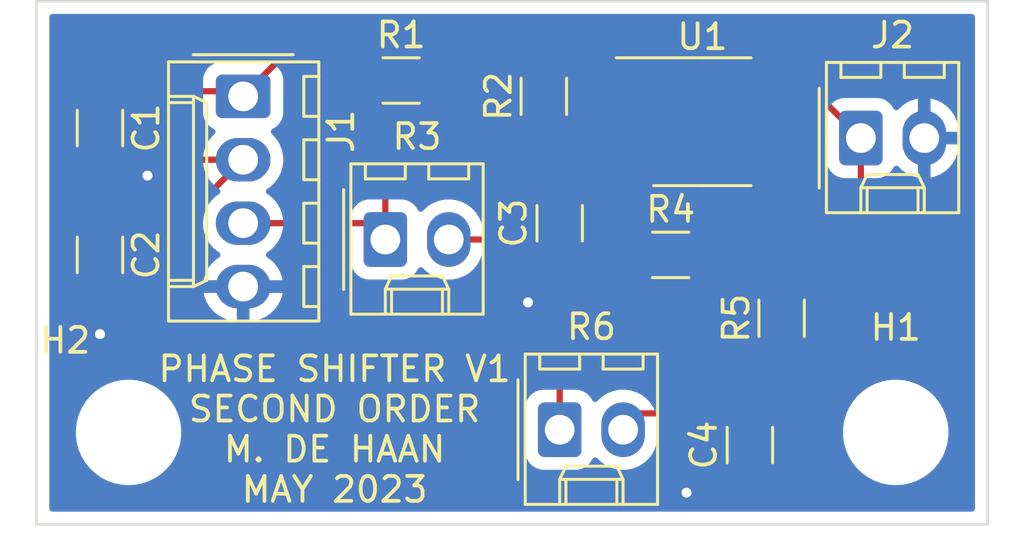
<source format=kicad_pcb>
(kicad_pcb (version 20211014) (generator pcbnew)
  (layers (0 "F.Cu" signal) (31 "B.Cu" signal) (34 "B.Paste" user) (35 "F.Paste" user) (36 "B.SilkS" user "B.Silkscreen") (37 "F.SilkS" user "F.Silkscreen") (38 "B.Mask" user) (39 "F.Mask" user) (44 "Edge.Cuts" user))
  (net 0 "")
  (net 1 "+15V")
  (net 2 "GND")
  (net 3 "-15V")
  (net 4 "/In")
  (net 5 "/Out")
  (net 6 "Net-(R1-Pad2)")
  (net 7 "Net-(R4-Pad2)")
  (net 8 "/AOut")
  (net 9 "Net-(R3-Pad2)")
  (net 10 "Net-(R6-Pad2)")
  (footprint "Connector_Molex:Molex_KK-254_AE-6410-02A_1x02_P2.54mm_Vertical" (layer "F.Cu") (at 141.605 118.765)
    (fp_text reference "R6" (at 1.27 -4.12) (layer "F.SilkS"))
    (fp_text value "R_Variable")
    (fp_line (start 3.34 -2.43) (end 3.34 -3.03) (layer "F.SilkS") (width 0.12))
    (fp_line (start -0.8 -3.03) (end -0.8 -2.43) (layer "F.SilkS") (width 0.12))
    (fp_line (start 0 2.99) (end 0 1.99) (layer "F.SilkS") (width 0.12))
    (fp_line (start 1.74 -2.43) (end 3.34 -2.43) (layer "F.SilkS") (width 0.12))
    (fp_line (start -1.38 2.99) (end 3.92 2.99) (layer "F.SilkS") (width 0.12))
    (fp_line (start 0 1.99) (end 2.54 1.99) (layer "F.SilkS") (width 0.12))
    (fp_line (start 0.25 1.46) (end 2.29 1.46) (layer "F.SilkS") (width 0.12))
    (fp_line (start 3.92 -3.03) (end -1.38 -3.03) (layer "F.SilkS") (width 0.12))
    (fp_line (start -1.38 -3.03) (end -1.38 2.99) (layer "F.SilkS") (width 0.12))
    (fp_line (start 0 1.99) (end 0.25 1.46) (layer "F.SilkS") (width 0.12))
    (fp_line (start 0.8 -2.43) (end 0.8 -3.03) (layer "F.SilkS") (width 0.12))
    (fp_line (start 2.54 1.99) (end 2.54 2.99) (layer "F.SilkS") (width 0.12))
    (fp_line (start 2.29 1.46) (end 2.54 1.99) (layer "F.SilkS") (width 0.12))
    (fp_line (start -1.67 -2) (end -1.67 2) (layer "F.SilkS") (width 0.12))
    (fp_line (start 2.29 2.99) (end 2.29 1.99) (layer "F.SilkS") (width 0.12))
    (fp_line (start 3.92 2.99) (end 3.92 -3.03) (layer "F.SilkS") (width 0.12))
    (fp_line (start 0.25 2.99) (end 0.25 1.99) (layer "F.SilkS") (width 0.12))
    (fp_line (start -0.8 -2.43) (end 0.8 -2.43) (layer "F.SilkS") (width 0.12))
    (fp_line (start 1.74 -3.03) (end 1.74 -2.43) (layer "F.SilkS") (width 0.12))
    (pad "1" thru_hole roundrect (at 0 0) (size 1.74 2.19) (drill 1.19) (layers *.Cu *.Mask) (roundrect_rratio 0.1436781609) (net 8 "/AOut"))
    (pad "2" thru_hole oval (at 2.54 0) (size 1.74 2.19) (drill 1.19) (layers *.Cu *.Mask) (net 10 "Net-(R6-Pad2)"))
  )
  (footprint "Capacitor_SMD:C_1206_3216Metric" (layer "F.Cu") (at 149.225 119.38 90)
    (fp_text reference "C4" (at 0 -1.85 90) (layer "F.SilkS"))
    (fp_text value "C")
    (fp_line (start -0.711252 -0.91) (end 0.711252 -0.91) (layer "F.SilkS") (width 0.12))
    (fp_line (start -0.711252 0.91) (end 0.711252 0.91) (layer "F.SilkS") (width 0.12))
    (pad "1" smd roundrect (at -1.475 0 90) (size 1.15 1.8) (layers "F.Cu" "F.Paste" "F.Mask") (roundrect_rratio 0.2173913043) (net 2 "GND"))
    (pad "2" smd roundrect (at 1.475 0 90) (size 1.15 1.8) (layers "F.Cu" "F.Paste" "F.Mask") (roundrect_rratio 0.2173913043) (net 10 "Net-(R6-Pad2)"))
  )
  (footprint "Capacitor_SMD:C_1206_3216Metric" (layer "F.Cu") (at 123.19 111.76 -90)
    (fp_text reference "C2" (at 0 -1.85 90) (layer "F.SilkS"))
    (fp_text value "100 nF")
    (fp_line (start -0.711252 0.91) (end 0.711252 0.91) (layer "F.SilkS") (width 0.12))
    (fp_line (start -0.711252 -0.91) (end 0.711252 -0.91) (layer "F.SilkS") (width 0.12))
    (pad "1" smd roundrect (at -1.475 0 270) (size 1.15 1.8) (layers "F.Cu" "F.Paste" "F.Mask") (roundrect_rratio 0.2173913043) (net 3 "-15V"))
    (pad "2" smd roundrect (at 1.475 0 270) (size 1.15 1.8) (layers "F.Cu" "F.Paste" "F.Mask") (roundrect_rratio 0.2173913043) (net 2 "GND"))
  )
  (footprint "Capacitor_SMD:C_1206_3216Metric" (layer "F.Cu") (at 123.19 106.68 -90)
    (fp_text reference "C1" (at 0 -1.85 90) (layer "F.SilkS"))
    (fp_text value "100 nF")
    (fp_line (start -0.711252 -0.91) (end 0.711252 -0.91) (layer "F.SilkS") (width 0.12))
    (fp_line (start -0.711252 0.91) (end 0.711252 0.91) (layer "F.SilkS") (width 0.12))
    (pad "1" smd roundrect (at -1.475 0 270) (size 1.15 1.8) (layers "F.Cu" "F.Paste" "F.Mask") (roundrect_rratio 0.2173913043) (net 1 "+15V"))
    (pad "2" smd roundrect (at 1.475 0 270) (size 1.15 1.8) (layers "F.Cu" "F.Paste" "F.Mask") (roundrect_rratio 0.2173913043) (net 2 "GND"))
  )
  (footprint "Resistor_SMD:R_1206_3216Metric" (layer "F.Cu") (at 146.05 111.76)
    (fp_text reference "R4" (at 0 -1.82) (layer "F.SilkS"))
    (fp_text value "R")
    (fp_line (start -0.727064 -0.91) (end 0.727064 -0.91) (layer "F.SilkS") (width 0.12))
    (fp_line (start -0.727064 0.91) (end 0.727064 0.91) (layer "F.SilkS") (width 0.12))
    (pad "1" smd roundrect (at -1.4625 0) (size 1.125 1.75) (layers "F.Cu" "F.Paste" "F.Mask") (roundrect_rratio 0.2222222222) (net 8 "/AOut"))
    (pad "2" smd roundrect (at 1.4625 0) (size 1.125 1.75) (layers "F.Cu" "F.Paste" "F.Mask") (roundrect_rratio 0.2222222222) (net 7 "Net-(R4-Pad2)"))
  )
  (footprint "MountingHole:MountingHole_3.2mm_M3" (layer "F.Cu") (at 124.333 118.872)
    (fp_text reference "H2" (at -2.54 -3.683) (layer "F.SilkS"))
    (fp_text value "MountingHole")
    (pad "" np_thru_hole circle (at 0 0) (size 3.2 3.2) (drill 3.2) (layers *.Cu *.Mask))
  )
  (footprint "Resistor_SMD:R_1206_3216Metric" (layer "F.Cu") (at 140.97 105.41 90)
    (fp_text reference "R2" (at 0 -1.82 90) (layer "F.SilkS"))
    (fp_text value "R")
    (fp_line (start -0.727064 0.91) (end 0.727064 0.91) (layer "F.SilkS") (width 0.12))
    (fp_line (start -0.727064 -0.91) (end 0.727064 -0.91) (layer "F.SilkS") (width 0.12))
    (pad "1" smd roundrect (at -1.4625 0 90) (size 1.125 1.75) (layers "F.Cu" "F.Paste" "F.Mask") (roundrect_rratio 0.2222222222) (net 6 "Net-(R1-Pad2)"))
    (pad "2" smd roundrect (at 1.4625 0 90) (size 1.125 1.75) (layers "F.Cu" "F.Paste" "F.Mask") (roundrect_rratio 0.2222222222) (net 8 "/AOut"))
  )
  (footprint "MountingHole:MountingHole_3.2mm_M3" (layer "F.Cu") (at 155.067 118.872)
    (fp_text reference "H1" (at 0 -4.2) (layer "F.SilkS"))
    (fp_text value "MountingHole")
    (pad "" np_thru_hole circle (at 0 0) (size 3.2 3.2) (drill 3.2) (layers *.Cu *.Mask))
  )
  (footprint "Resistor_SMD:R_1206_3216Metric" (layer "F.Cu") (at 135.255 104.775)
    (fp_text reference "R1" (at 0 -1.82) (layer "F.SilkS"))
    (fp_text value "R")
    (fp_line (start -0.727064 0.91) (end 0.727064 0.91) (layer "F.SilkS") (width 0.12))
    (fp_line (start -0.727064 -0.91) (end 0.727064 -0.91) (layer "F.SilkS") (width 0.12))
    (pad "1" smd roundrect (at -1.4625 0) (size 1.125 1.75) (layers "F.Cu" "F.Paste" "F.Mask") (roundrect_rratio 0.2222222222) (net 4 "/In"))
    (pad "2" smd roundrect (at 1.4625 0) (size 1.125 1.75) (layers "F.Cu" "F.Paste" "F.Mask") (roundrect_rratio 0.2222222222) (net 6 "Net-(R1-Pad2)"))
  )
  (footprint "Connector_Molex:Molex_KK-254_AE-6410-02A_1x02_P2.54mm_Vertical" (layer "F.Cu") (at 153.67 107.081)
    (fp_text reference "J2" (at 1.27 -4.12) (layer "F.SilkS"))
    (fp_text value "Out")
    (fp_line (start 2.54 1.99) (end 2.54 2.99) (layer "F.SilkS") (width 0.12))
    (fp_line (start 2.29 1.46) (end 2.54 1.99) (layer "F.SilkS") (width 0.12))
    (fp_line (start 1.74 -3.03) (end 1.74 -2.43) (layer "F.SilkS") (width 0.12))
    (fp_line (start -1.67 -2) (end -1.67 2) (layer "F.SilkS") (width 0.12))
    (fp_line (start -1.38 2.99) (end 3.92 2.99) (layer "F.SilkS") (width 0.12))
    (fp_line (start 3.34 -2.43) (end 3.34 -3.03) (layer "F.SilkS") (width 0.12))
    (fp_line (start 0.8 -2.43) (end 0.8 -3.03) (layer "F.SilkS") (width 0.12))
    (fp_line (start 2.29 2.99) (end 2.29 1.99) (layer "F.SilkS") (width 0.12))
    (fp_line (start -1.38 -3.03) (end -1.38 2.99) (layer "F.SilkS") (width 0.12))
    (fp_line (start 0 2.99) (end 0 1.99) (layer "F.SilkS") (width 0.12))
    (fp_line (start 1.74 -2.43) (end 3.34 -2.43) (layer "F.SilkS") (width 0.12))
    (fp_line (start 0 1.99) (end 2.54 1.99) (layer "F.SilkS") (width 0.12))
    (fp_line (start 3.92 2.99) (end 3.92 -3.03) (layer "F.SilkS") (width 0.12))
    (fp_line (start 0 1.99) (end 0.25 1.46) (layer "F.SilkS") (width 0.12))
    (fp_line (start -0.8 -3.03) (end -0.8 -2.43) (layer "F.SilkS") (width 0.12))
    (fp_line (start 0.25 1.46) (end 2.29 1.46) (layer "F.SilkS") (width 0.12))
    (fp_line (start 3.92 -3.03) (end -1.38 -3.03) (layer "F.SilkS") (width 0.12))
    (fp_line (start -0.8 -2.43) (end 0.8 -2.43) (layer "F.SilkS") (width 0.12))
    (fp_line (start 0.25 2.99) (end 0.25 1.99) (layer "F.SilkS") (width 0.12))
    (pad "1" thru_hole roundrect (at 0 0) (size 1.74 2.19) (drill 1.19) (layers *.Cu *.Mask) (roundrect_rratio 0.1436781609) (net 5 "/Out"))
    (pad "2" thru_hole oval (at 2.54 0) (size 1.74 2.19) (drill 1.19) (layers *.Cu *.Mask) (net 2 "GND"))
  )
  (footprint "Connector_Molex:Molex_KK-254_AE-6410-04A_1x04_P2.54mm_Vertical" (layer "F.Cu") (at 128.925 105.41 -90)
    (fp_text reference "J1" (at 1.397 -3.917 90) (layer "F.SilkS"))
    (fp_text value "In")
    (fp_line (start 7.37 1.46) (end 7.62 1.99) (layer "F.SilkS") (width 0.12))
    (fp_line (start 9 2.99) (end 9 -3.03) (layer "F.SilkS") (width 0.12))
    (fp_line (start 1.74 -3.03) (end 1.74 -2.43) (layer "F.SilkS") (width 0.12))
    (fp_line (start -1.38 -3.03) (end -1.38 2.99) (layer "F.SilkS") (width 0.12))
    (fp_line (start 8.42 -2.43) (end 8.42 -3.03) (layer "F.SilkS") (width 0.12))
    (fp_line (start 7.37 2.99) (end 7.37 1.99) (layer "F.SilkS") (width 0.12))
    (fp_line (start 0 2.99) (end 0 1.99) (layer "F.SilkS") (width 0.12))
    (fp_line (start 0.25 2.99) (end 0.25 1.99) (layer "F.SilkS") (width 0.12))
    (fp_line (start -1.38 2.99) (end 9 2.99) (layer "F.SilkS") (width 0.12))
    (fp_line (start 7.62 1.99) (end 7.62 2.99) (layer "F.SilkS") (width 0.12))
    (fp_line (start -0.8 -2.43) (end 0.8 -2.43) (layer "F.SilkS") (width 0.12))
    (fp_line (start -0.8 -3.03) (end -0.8 -2.43) (layer "F.SilkS") (width 0.12))
    (fp_line (start 0 1.99) (end 7.62 1.99) (layer "F.SilkS") (width 0.12))
    (fp_line (start 0.25 1.46) (end 7.37 1.46) (layer "F.SilkS") (width 0.12))
    (fp_line (start 9 -3.03) (end -1.38 -3.03) (layer "F.SilkS") (width 0.12))
    (fp_line (start 6.82 -3.03) (end 6.82 -2.43) (layer "F.SilkS") (width 0.12))
    (fp_line (start 5.88 -2.43) (end 5.88 -3.03) (layer "F.SilkS") (width 0.12))
    (fp_line (start 3.34 -2.43) (end 3.34 -3.03) (layer "F.SilkS") (width 0.12))
    (fp_line (start 4.28 -2.43) (end 5.88 -2.43) (layer "F.SilkS") (width 0.12))
    (fp_line (start 0 1.99) (end 0.25 1.46) (layer "F.SilkS") (width 0.12))
    (fp_line (start -1.67 -2) (end -1.67 2) (layer "F.SilkS") (width 0.12))
    (fp_line (start 6.82 -2.43) (end 8.42 -2.43) (layer "F.SilkS") (width 0.12))
    (fp_line (start 4.28 -3.03) (end 4.28 -2.43) (layer "F.SilkS") (width 0.12))
    (fp_line (start 0.8 -2.43) (end 0.8 -3.03) (layer "F.SilkS") (width 0.12))
    (fp_line (start 1.74 -2.43) (end 3.34 -2.43) (layer "F.SilkS") (width 0.12))
    (pad "1" thru_hole roundrect (at 0 0 270) (size 1.74 2.19) (drill 1.19) (layers *.Cu *.Mask) (roundrect_rratio 0.1436781609) (net 1 "+15V"))
    (pad "2" thru_hole oval (at 2.54 0 270) (size 1.74 2.19) (drill 1.19) (layers *.Cu *.Mask) (net 3 "-15V"))
    (pad "3" thru_hole oval (at 5.08 0 270) (size 1.74 2.19) (drill 1.19) (layers *.Cu *.Mask) (net 4 "/In"))
    (pad "4" thru_hole oval (at 7.62 0 270) (size 1.74 2.19) (drill 1.19) (layers *.Cu *.Mask) (net 2 "GND"))
  )
  (footprint "Resistor_SMD:R_1206_3216Metric" (layer "F.Cu") (at 150.495 114.3 90)
    (fp_text reference "R5" (at 0 -1.82 90) (layer "F.SilkS"))
    (fp_text value "R")
    (fp_line (start -0.727064 -0.91) (end 0.727064 -0.91) (layer "F.SilkS") (width 0.12))
    (fp_line (start -0.727064 0.91) (end 0.727064 0.91) (layer "F.SilkS") (width 0.12))
    (pad "1" smd roundrect (at -1.4625 0 90) (size 1.125 1.75) (layers "F.Cu" "F.Paste" "F.Mask") (roundrect_rratio 0.2222222222) (net 7 "Net-(R4-Pad2)"))
    (pad "2" smd roundrect (at 1.4625 0 90) (size 1.125 1.75) (layers "F.Cu" "F.Paste" "F.Mask") (roundrect_rratio 0.2222222222) (net 5 "/Out"))
  )
  (footprint "Connector_Molex:Molex_KK-254_AE-6410-02A_1x02_P2.54mm_Vertical" (layer "F.Cu") (at 134.62 111.145)
    (fp_text reference "R3" (at 1.27 -4.12) (layer "F.SilkS"))
    (fp_text value "R_Variable")
    (fp_line (start 0 2.99) (end 0 1.99) (layer "F.SilkS") (width 0.12))
    (fp_line (start 0 1.99) (end 2.54 1.99) (layer "F.SilkS") (width 0.12))
    (fp_line (start 2.54 1.99) (end 2.54 2.99) (layer "F.SilkS") (width 0.12))
    (fp_line (start 3.92 2.99) (end 3.92 -3.03) (layer "F.SilkS") (width 0.12))
    (fp_line (start 0.25 2.99) (end 0.25 1.99) (layer "F.SilkS") (width 0.12))
    (fp_line (start 1.74 -2.43) (end 3.34 -2.43) (layer "F.SilkS") (width 0.12))
    (fp_line (start -0.8 -3.03) (end -0.8 -2.43) (layer "F.SilkS") (width 0.12))
    (fp_line (start 0 1.99) (end 0.25 1.46) (layer "F.SilkS") (width 0.12))
    (fp_line (start -0.8 -2.43) (end 0.8 -2.43) (layer "F.SilkS") (width 0.12))
    (fp_line (start 0.8 -2.43) (end 0.8 -3.03) (layer "F.SilkS") (width 0.12))
    (fp_line (start 2.29 2.99) (end 2.29 1.99) (layer "F.SilkS") (width 0.12))
    (fp_line (start 3.34 -2.43) (end 3.34 -3.03) (layer "F.SilkS") (width 0.12))
    (fp_line (start 1.74 -3.03) (end 1.74 -2.43) (layer "F.SilkS") (width 0.12))
    (fp_line (start 2.29 1.46) (end 2.54 1.99) (layer "F.SilkS") (width 0.12))
    (fp_line (start -1.38 2.99) (end 3.92 2.99) (layer "F.SilkS") (width 0.12))
    (fp_line (start -1.38 -3.03) (end -1.38 2.99) (layer "F.SilkS") (width 0.12))
    (fp_line (start 0.25 1.46) (end 2.29 1.46) (layer "F.SilkS") (width 0.12))
    (fp_line (start -1.67 -2) (end -1.67 2) (layer "F.SilkS") (width 0.12))
    (fp_line (start 3.92 -3.03) (end -1.38 -3.03) (layer "F.SilkS") (width 0.12))
    (pad "1" thru_hole roundrect (at 0 0) (size 1.74 2.19) (drill 1.19) (layers *.Cu *.Mask) (roundrect_rratio 0.1436781609) (net 4 "/In"))
    (pad "2" thru_hole oval (at 2.54 0) (size 1.74 2.19) (drill 1.19) (layers *.Cu *.Mask) (net 9 "Net-(R3-Pad2)"))
  )
  (footprint "Capacitor_SMD:C_1206_3216Metric" (layer "F.Cu") (at 141.605 110.49 90)
    (fp_text reference "C3" (at 0 -1.85 90) (layer "F.SilkS"))
    (fp_text value "C")
    (fp_line (start -0.711252 -0.91) (end 0.711252 -0.91) (layer "F.SilkS") (width 0.12))
    (fp_line (start -0.711252 0.91) (end 0.711252 0.91) (layer "F.SilkS") (width 0.12))
    (pad "1" smd roundrect (at -1.475 0 90) (size 1.15 1.8) (layers "F.Cu" "F.Paste" "F.Mask") (roundrect_rratio 0.2173913043) (net 2 "GND"))
    (pad "2" smd roundrect (at 1.475 0 90) (size 1.15 1.8) (layers "F.Cu" "F.Paste" "F.Mask") (roundrect_rratio 0.2173913043) (net 9 "Net-(R3-Pad2)"))
  )
  (footprint "Package_SO:SOIC-8_3.9x4.9mm_P1.27mm" (layer "F.Cu") (at 147.32 106.426)
    (fp_text reference "U1" (at 0 -3.4) (layer "F.SilkS"))
    (fp_text value "AD8676xR")
    (fp_line (start 0 2.56) (end 1.95 2.56) (layer "F.SilkS") (width 0.12))
    (fp_line (start 0 2.56) (end -1.95 2.56) (layer "F.SilkS") (width 0.12))
    (fp_line (start 0 -2.56) (end -3.45 -2.56) (layer "F.SilkS") (width 0.12))
    (fp_line (start 0 -2.56) (end 1.95 -2.56) (layer "F.SilkS") (width 0.12))
    (pad "1" smd roundrect (at -2.475 -1.905) (size 1.95 0.6) (layers "F.Cu" "F.Paste" "F.Mask") (net 8 "/AOut"))
    (pad "2" smd roundrect (at -2.475 -0.635) (size 1.95 0.6) (layers "F.Cu" "F.Paste" "F.Mask") (net 6 "Net-(R1-Pad2)"))
    (pad "3" smd roundrect (at -2.475 0.635) (size 1.95 0.6) (layers "F.Cu" "F.Paste" "F.Mask") (net 9 "Net-(R3-Pad2)"))
    (pad "4" smd roundrect (at -2.475 1.905) (size 1.95 0.6) (layers "F.Cu" "F.Paste" "F.Mask") (net 3 "-15V"))
    (pad "5" smd roundrect (at 2.475 1.905) (size 1.95 0.6) (layers "F.Cu" "F.Paste" "F.Mask") (net 10 "Net-(R6-Pad2)"))
    (pad "6" smd roundrect (at 2.475 0.635) (size 1.95 0.6) (layers "F.Cu" "F.Paste" "F.Mask") (net 7 "Net-(R4-Pad2)"))
    (pad "7" smd roundrect (at 2.475 -0.635) (size 1.95 0.6) (layers "F.Cu" "F.Paste" "F.Mask") (net 5 "/Out"))
    (pad "8" smd roundrect (at 2.475 -1.905) (size 1.95 0.6) (layers "F.Cu" "F.Paste" "F.Mask") (net 1 "+15V"))
  )
  (gr_rect (start 120.65 101.6) (end 158.75 122.555) (layer "Edge.Cuts") (width 0.1) (fill none))
  (gr_text "PHASE SHIFTER V1\nSECOND ORDER\nM. DE HAAN\nMAY 2023" (at 132.588 118.745) (layer "F.SilkS") (effects (font (size 1 1))))
  (segment (start 131.699 102.616) (end 147.89 102.616) (width 0.25) (layer "F.Cu") (net 1))
  (segment (start 123.19 105.205) (end 128.72 105.205) (width 0.25) (layer "F.Cu") (net 1))
  (segment (start 128.925 105.39) (end 131.699 102.616) (width 0.25) (layer "F.Cu") (net 1))
  (segment (start 147.89 102.616) (end 149.795 104.521) (width 0.25) (layer "F.Cu") (net 1))
  (segment (start 123.19 113.235) (end 123.19 114.935) (width 0.25) (layer "F.Cu") (net 2))
  (segment (start 149.225 120.855) (end 147.115 120.855) (width 0.25) (layer "F.Cu") (net 2))
  (segment (start 141.605 112.395) (end 140.335 113.665) (width 0.25) (layer "F.Cu") (net 2))
  (segment (start 124.665 108.155) (end 125.095 108.585) (width 0.25) (layer "F.Cu") (net 2))
  (segment (start 147.115 120.855) (end 146.685 121.285) (width 0.25) (layer "F.Cu") (net 2))
  (segment (start 123.19 108.155) (end 124.665 108.155) (width 0.25) (layer "F.Cu") (net 2))
  (via (at 140.335 113.665) (size 0.8) (drill 0.4) (layers "F.Cu" "B.Cu") (net 2))
  (via (at 125.095 108.585) (size 0.8) (drill 0.4) (layers "F.Cu" "B.Cu") (net 2))
  (via (at 123.19 114.935) (size 0.8) (drill 0.4) (layers "F.Cu" "B.Cu") (net 2))
  (via (at 146.685 121.285) (size 0.8) (drill 0.4) (layers "F.Cu" "B.Cu") (net 2))
  (segment (start 123.19 110.285) (end 124.665 110.285) (width 0.25) (layer "F.Cu") (net 3))
  (segment (start 127.635 114.935) (end 141.097 114.935) (width 0.25) (layer "F.Cu") (net 3))
  (segment (start 143.256 112.776) (end 143.256 109.92) (width 0.25) (layer "F.Cu") (net 3))
  (segment (start 127 107.95) (end 128.925 107.95) (width 0.25) (layer "F.Cu") (net 3))
  (segment (start 143.256 109.92) (end 144.845 108.331) (width 0.25) (layer "F.Cu") (net 3))
  (segment (start 127 114.3) (end 127.635 114.935) (width 0.25) (layer "F.Cu") (net 3))
  (segment (start 127 109.875) (end 127 114.3) (width 0.25) (layer "F.Cu") (net 3))
  (segment (start 124.665 110.285) (end 127 107.95) (width 0.25) (layer "F.Cu") (net 3))
  (segment (start 128.925 107.95) (end 127 109.875) (width 0.25) (layer "F.Cu") (net 3))
  (segment (start 141.097 114.935) (end 143.256 112.776) (width 0.25) (layer "F.Cu") (net 3))
  (segment (start 133.7925 104.775) (end 134.62 105.6025) (width 0.25) (layer "F.Cu") (net 4))
  (segment (start 128.925 110.49) (end 133.965 110.49) (width 0.25) (layer "F.Cu") (net 4))
  (segment (start 134.62 105.6025) (end 134.62 111.145) (width 0.25) (layer "F.Cu") (net 4))
  (segment (start 150.495 112.8375) (end 153.67 109.6625) (width 0.25) (layer "F.Cu") (net 5))
  (segment (start 153.67 109.6625) (end 153.67 107.081) (width 0.25) (layer "F.Cu") (net 5))
  (segment (start 152.38 105.791) (end 153.67 107.081) (width 0.25) (layer "F.Cu") (net 5))
  (segment (start 149.795 105.791) (end 152.38 105.791) (width 0.25) (layer "F.Cu") (net 5))
  (segment (start 136.7175 104.775) (end 138.8725 104.775) (width 0.25) (layer "F.Cu") (net 6))
  (segment (start 141.7975 106.045) (end 144.591 106.045) (width 0.25) (layer "F.Cu") (net 6))
  (segment (start 140.97 106.8725) (end 141.7975 106.045) (width 0.25) (layer "F.Cu") (net 6))
  (segment (start 138.8725 104.775) (end 140.97 106.8725) (width 0.25) (layer "F.Cu") (net 6))
  (segment (start 144.591 106.045) (end 144.845 105.791) (width 0.25) (layer "F.Cu") (net 6))
  (segment (start 149.795 107.061) (end 151.511 107.061) (width 0.25) (layer "F.Cu") (net 7))
  (segment (start 151.765 107.315) (end 151.765 109.855) (width 0.25) (layer "F.Cu") (net 7))
  (segment (start 151.511 107.061) (end 151.765 107.315) (width 0.25) (layer "F.Cu") (net 7))
  (segment (start 148.1475 111.125) (end 147.5125 111.76) (width 0.25) (layer "F.Cu") (net 7))
  (segment (start 151.765 109.855) (end 150.495 111.125) (width 0.25) (layer "F.Cu") (net 7))
  (segment (start 147.5125 113.31875) (end 149.95625 115.7625) (width 0.25) (layer "F.Cu") (net 7))
  (segment (start 150.495 111.125) (end 148.1475 111.125) (width 0.25) (layer "F.Cu") (net 7))
  (segment (start 147.5125 111.76) (end 147.5125 113.31875) (width 0.25) (layer "F.Cu") (net 7))
  (segment (start 146.685 109.12375) (end 144.5875 111.22125) (width 0.25) (layer "F.Cu") (net 8))
  (segment (start 144.845 104.521) (end 145.826036 104.521) (width 0.25) (layer "F.Cu") (net 8))
  (segment (start 140.97 103.9475) (end 144.2715 103.9475) (width 0.25) (layer "F.Cu") (net 8))
  (segment (start 144.2715 103.9475) (end 144.845 104.521) (width 0.25) (layer "F.Cu") (net 8))
  (segment (start 141.605 116.84) (end 141.605 118.765) (width 0.25) (layer "F.Cu") (net 8))
  (segment (start 145.826036 104.521) (end 146.685 105.379964) (width 0.25) (layer "F.Cu") (net 8))
  (segment (start 146.685 105.379964) (end 146.685 109.12375) (width 0.25) (layer "F.Cu") (net 8))
  (segment (start 144.5875 111.76) (end 144.5875 113.8575) (width 0.25) (layer "F.Cu") (net 8))
  (segment (start 144.5875 113.8575) (end 141.605 116.84) (width 0.25) (layer "F.Cu") (net 8))
  (segment (start 139.475 111.145) (end 141.605 109.015) (width 0.25) (layer "F.Cu") (net 9))
  (segment (start 141.605 109.015) (end 143.559 107.061) (width 0.25) (layer "F.Cu") (net 9))
  (segment (start 143.559 107.061) (end 144.845 107.061) (width 0.25) (layer "F.Cu") (net 9))
  (segment (start 137.16 111.145) (end 139.475 111.145) (width 0.25) (layer "F.Cu") (net 9))
  (segment (start 146.05 111.125) (end 148.844 108.331) (width 0.25) (layer "F.Cu") (net 10))
  (segment (start 146.05 114.73) (end 146.05 111.125) (width 0.25) (layer "F.Cu") (net 10))
  (segment (start 148.844 108.331) (end 149.795 108.331) (width 0.25) (layer "F.Cu") (net 10))
  (segment (start 144.8 118.11) (end 149.02 118.11) (width 0.25) (layer "F.Cu") (net 10))
  (segment (start 149.225 117.905) (end 146.05 114.73) (width 0.25) (layer "F.Cu") (net 10))
  (segment (start 144.145 118.765) (end 144.8 118.11) (width 0.25) (layer "F.Cu") (net 10))
  (zone (net 2) (net_name "GND") (layer "B.Cu") (connect_pads (clearance 0.508)) (min_thickness 0.254) (fill yes (thermal_gap 0.508) (thermal_bridge_width 0.508))
    (polygon (pts (xy 158.75 122.555) (xy 120.65 122.555) (xy 120.65 101.6) (xy 158.75 101.6)))
  )
)
</source>
